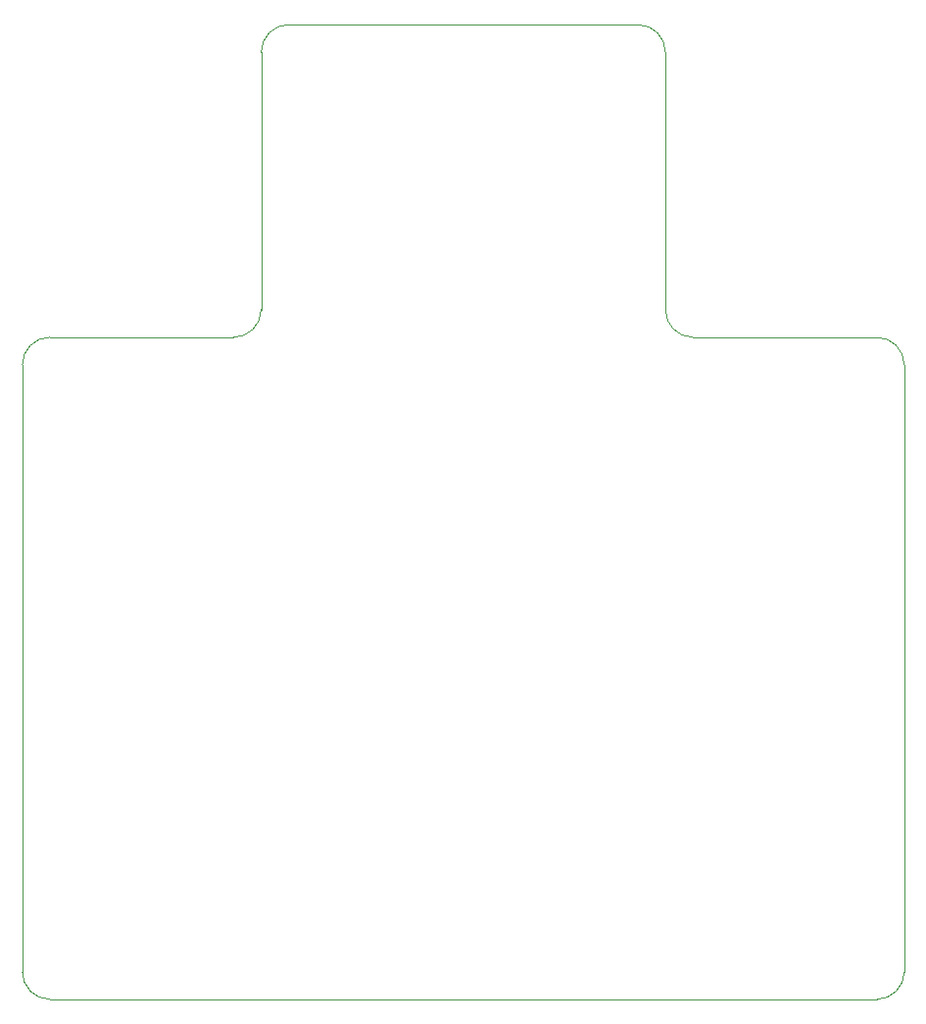
<source format=gm1>
%TF.GenerationSoftware,KiCad,Pcbnew,(5.1.10)-1*%
%TF.CreationDate,2021-11-01T22:25:46+02:00*%
%TF.ProjectId,V1,56312e6b-6963-4616-945f-706362585858,rev?*%
%TF.SameCoordinates,Original*%
%TF.FileFunction,Profile,NP*%
%FSLAX46Y46*%
G04 Gerber Fmt 4.6, Leading zero omitted, Abs format (unit mm)*
G04 Created by KiCad (PCBNEW (5.1.10)-1) date 2021-11-01 22:25:46*
%MOMM*%
%LPD*%
G01*
G04 APERTURE LIST*
%TA.AperFunction,Profile*%
%ADD10C,0.050000*%
%TD*%
G04 APERTURE END LIST*
D10*
X129381250Y-86518750D02*
X113506250Y-86518750D01*
X131762500Y-141287500D02*
X131762500Y-88900000D01*
X57943750Y-143668750D02*
X129381250Y-143668750D01*
X55562500Y-88900000D02*
X55562500Y-141287500D01*
X73818750Y-86518750D02*
X57943750Y-86518750D01*
X76200000Y-84137500D02*
X76200000Y-61912500D01*
X108743750Y-59531250D02*
X78581250Y-59531250D01*
X111125000Y-61912500D02*
X111125000Y-84137500D01*
X108743750Y-59531250D02*
G75*
G02*
X111125000Y-61912500I0J-2381250D01*
G01*
X76200000Y-61912500D02*
G75*
G02*
X78581250Y-59531250I2381250J0D01*
G01*
X113506250Y-86518750D02*
G75*
G02*
X111125000Y-84137500I0J2381250D01*
G01*
X76200000Y-84137500D02*
G75*
G02*
X73818750Y-86518750I-2381250J0D01*
G01*
X57943750Y-143668750D02*
G75*
G02*
X55562500Y-141287500I0J2381250D01*
G01*
X55562500Y-88900000D02*
G75*
G02*
X57943750Y-86518750I2381250J0D01*
G01*
X129381250Y-86518750D02*
G75*
G02*
X131762500Y-88900000I0J-2381250D01*
G01*
X131762500Y-141287500D02*
G75*
G02*
X129381250Y-143668750I-2381250J0D01*
G01*
M02*

</source>
